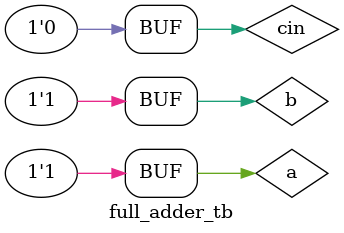
<source format=v>
module ripple_adder(sum,cout,a,b);
input [3:0] a,b;
output [3:0] sum;
output cout;
wire w1,w2,w3;
full_adder u1(sum[0], w1, a[0], b[0], 1'b0);
full_adder u2(sum[1],w2,a[1],b[1],w1);
full_adder u3(sum[2],w3,a[2],b[2],w2);
full_adder u4(sum[3],cout,a[3],b[3],w3);

endmodule



module ripple_adder_tb;
reg [3:0] a,b;
wire [3:0]sum;
wire cout;
ripple_adder DUT(.sum(sum),.cout(cout),.a(a),.b(b));
initial begin
$monitor($time,"a=%b b=%b sum=%b carry=%b",a,b,sum,cout);
a=4'b0000;b=4'b0000;
#10
a=4'b0001;b=4'b0110;
#10
a=4'b1000;b=4'b1001;
#10;
a=4'b1111;b=4'b1111;
#10;

end 
endmodule

module full_adder(sum,cout,a,b,cin);
input a,b,cin;
output sum,cout;
assign sum=a^b^cin;
assign cout=(a & b)|(b & cin)|(cin & a);
endmodule

module full_adder_tb;
reg a,b,cin;
wire sum,cout;
full_adder DUT (.sum(sum),.cout(cout),.a(a),.b(b),.cin(cin));
initial
begin
$monitor($time,"a=%b b=%b cin=%b sum=%b carry=%b",a,b,cin,sum,cout);
a=0;b=0;cin=0;
#10 a=0;b=1;cin=0;
#10 a=1;b=0;cin=0;
#10 a=1;b=1;cin=0;

end 
endmodule

</source>
